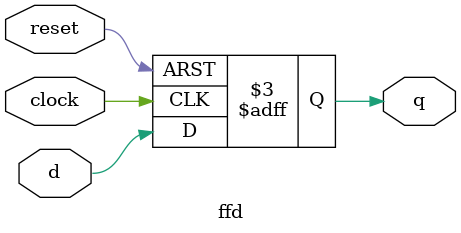
<source format=v>
`timescale 1ns / 1ps


module ffd(
    input clock,
    input reset,
    input d,
    output reg q
    );
    
    always @ (posedge reset, posedge clock) begin
        if (reset == 1'b1)
            q <= 0;
        else
            q <= d;
    end
    
endmodule

</source>
